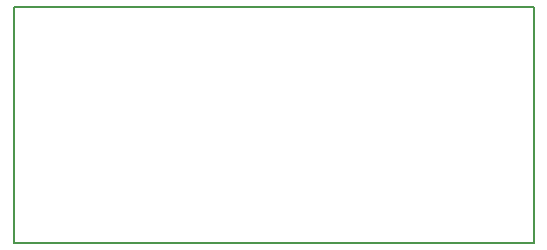
<source format=gko>
G04 ================== begin FILE IDENTIFICATION RECORD ==================*
G04 Layout Name:  transponderRC2_4-10.brd*
G04 Film Name:    Board_outline*
G04 File Format:  Gerber RS274X*
G04 File Origin:  Cadence Allegro 17.2-S042*
G04 Origin Date:  Fri Nov 23 21:07:11 2018*
G04 *
G04 Layer:  BOARD GEOMETRY/DESIGN_OUTLINE*
G04 Layer:  BOARD GEOMETRY/CUTOUT*
G04 *
G04 Offset:    (0.0000 0.0000)*
G04 Mirror:    No*
G04 Mode:      Positive*
G04 Rotation:  0*
G04 FullContactRelief:  No*
G04 UndefLineWidth:     0.1500*
G04 ================== end FILE IDENTIFICATION RECORD ====================*
%FSAX55Y55*MOMM*%
%IR0*IPPOS*OFA0.00000B0.00000*MIA0B0*SFA1.00000B1.00000*%
%ADD10C,.15*%
G75*
%LPD*%
G75*
G54D10*
G01X0Y0D02*
X0Y0002000000D01*
X0004400000Y0002000000D01*
X0004400000Y0D01*
X0Y0D01*
M02*

</source>
